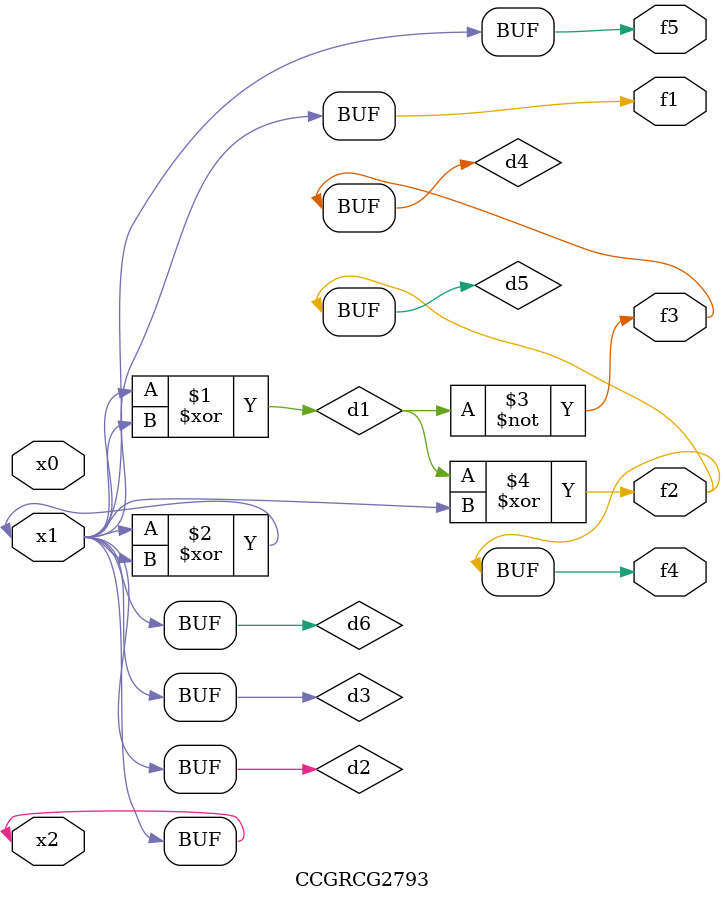
<source format=v>
module CCGRCG2793(
	input x0, x1, x2,
	output f1, f2, f3, f4, f5
);

	wire d1, d2, d3, d4, d5, d6;

	xor (d1, x1, x2);
	buf (d2, x1, x2);
	xor (d3, x1, x2);
	nor (d4, d1);
	xor (d5, d1, d2);
	buf (d6, d2, d3);
	assign f1 = d6;
	assign f2 = d5;
	assign f3 = d4;
	assign f4 = d5;
	assign f5 = d6;
endmodule

</source>
